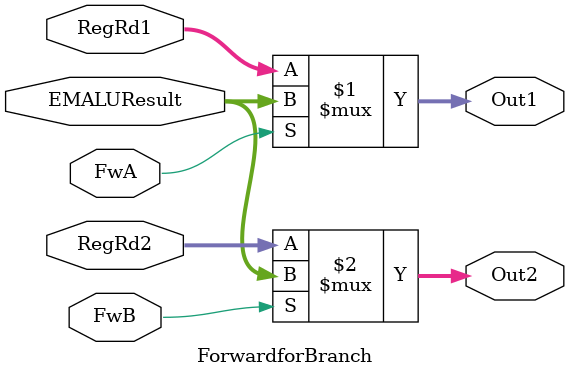
<source format=v>
`timescale 1ns / 1ps
module ForwardforBranch(RegRd1, RegRd2, EMALUResult, FwA, FwB, Out1, Out2
    );
input [31:0] RegRd1, RegRd2, EMALUResult;
input FwA, FwB;
output [31:0] Out1, Out2;

assign Out1 = (FwA) ? EMALUResult: RegRd1;
assign Out2 = (FwB) ? EMALUResult: RegRd2;

endmodule

</source>
